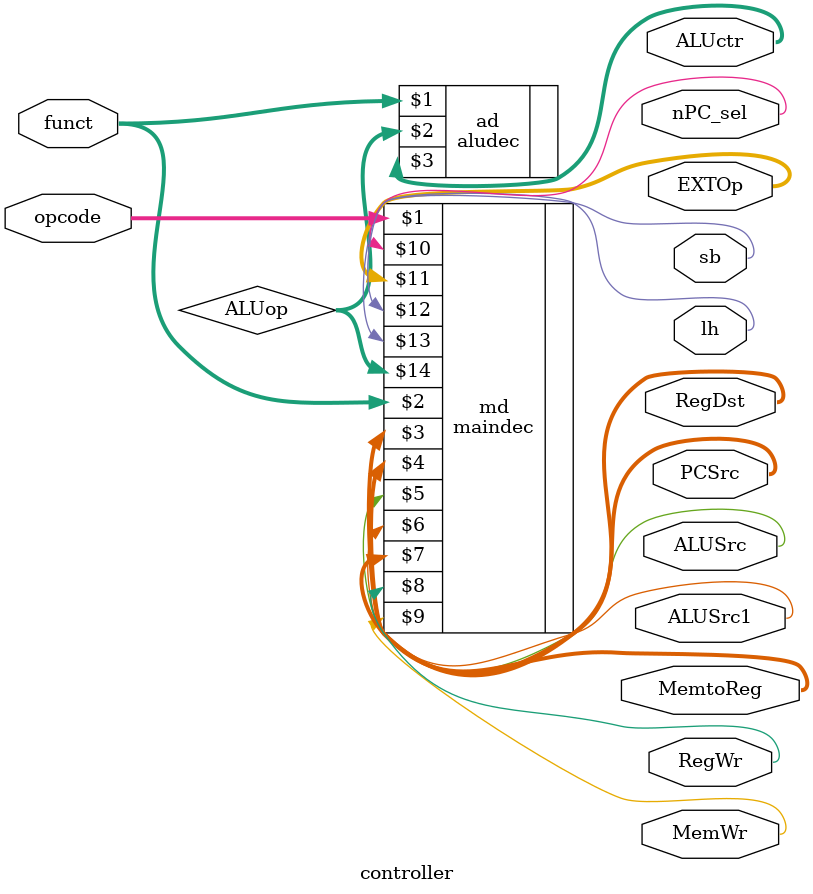
<source format=v>
`timescale 1ns / 1ps
module controller(
    input [5:0] opcode,
    input [5:0] funct,
    output [1:0] RegDst,
    output [1:0] PCSrc,
    output ALUSrc,
    output ALUSrc1,
    output [1:0] MemtoReg,
    output RegWr,
    output MemWr,
    output nPC_sel,
    output [1:0] EXTOp,
	 output sb, lh,
    output [2:0] ALUctr
    );
	wire [1:0] ALUop;
	
	maindec md(opcode, funct, RegDst, PCSrc, ALUSrc, ALUSrc1, MemtoReg, RegWr, MemWr, nPC_sel, EXTOp, sb, lh, ALUop);
	aludec ad(funct, ALUop, ALUctr);

endmodule

</source>
